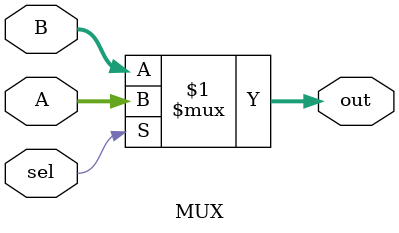
<source format=v>
`timescale 1ns / 1ps

module MUX #(parameter bits = 32)(
    input [bits-1:0] A, B,
    input sel,
    output [bits-1:0] out
);

assign out = sel ? A : B;

endmodule
</source>
